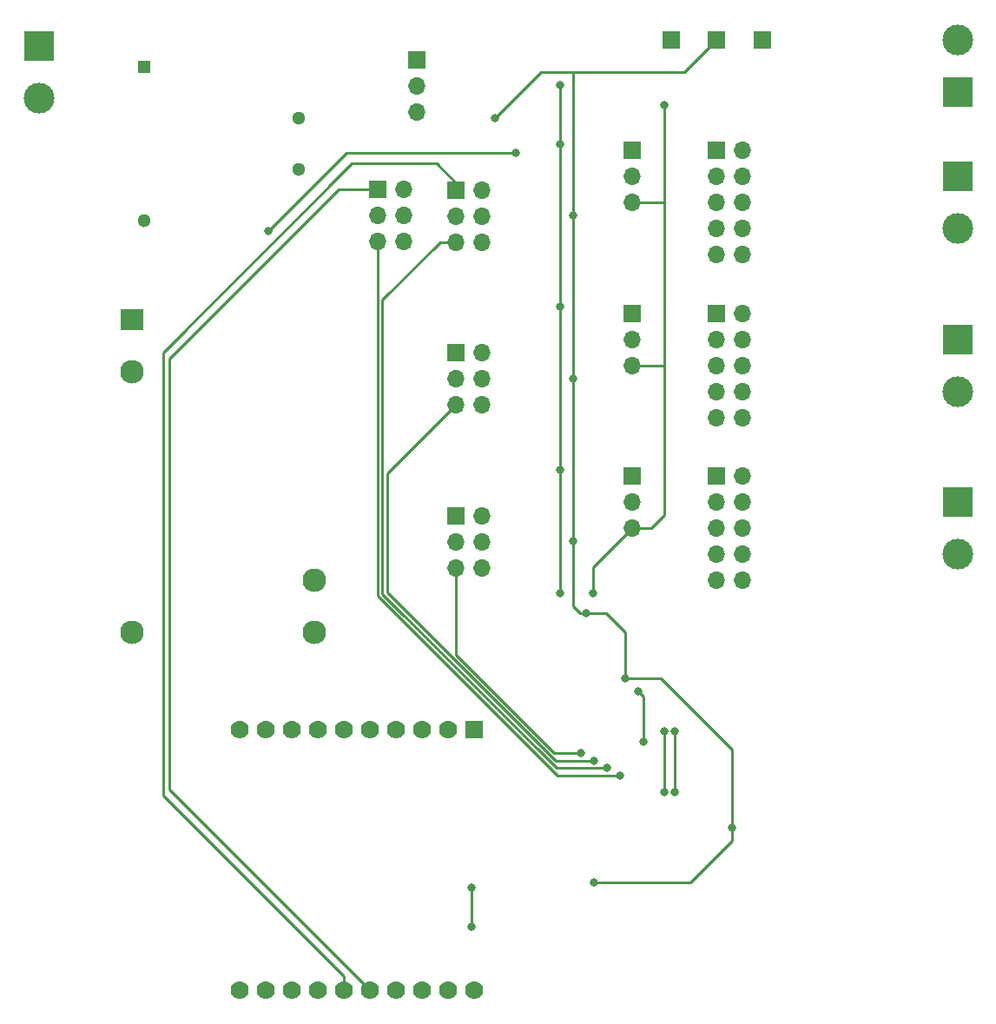
<source format=gbl>
G04 #@! TF.GenerationSoftware,KiCad,Pcbnew,(6.0.0)*
G04 #@! TF.CreationDate,2022-11-23T20:41:05+01:00*
G04 #@! TF.ProjectId,prototype-3,70726f74-6f74-4797-9065-2d332e6b6963,rev?*
G04 #@! TF.SameCoordinates,Original*
G04 #@! TF.FileFunction,Copper,L2,Bot*
G04 #@! TF.FilePolarity,Positive*
%FSLAX46Y46*%
G04 Gerber Fmt 4.6, Leading zero omitted, Abs format (unit mm)*
G04 Created by KiCad (PCBNEW (6.0.0)) date 2022-11-23 20:41:05*
%MOMM*%
%LPD*%
G01*
G04 APERTURE LIST*
G04 #@! TA.AperFunction,ComponentPad*
%ADD10R,1.700000X1.700000*%
G04 #@! TD*
G04 #@! TA.AperFunction,ComponentPad*
%ADD11O,1.700000X1.700000*%
G04 #@! TD*
G04 #@! TA.AperFunction,ComponentPad*
%ADD12R,3.000000X3.000000*%
G04 #@! TD*
G04 #@! TA.AperFunction,ComponentPad*
%ADD13C,3.000000*%
G04 #@! TD*
G04 #@! TA.AperFunction,ComponentPad*
%ADD14R,1.778000X1.778000*%
G04 #@! TD*
G04 #@! TA.AperFunction,ComponentPad*
%ADD15C,1.778000*%
G04 #@! TD*
G04 #@! TA.AperFunction,ComponentPad*
%ADD16R,1.300000X1.300000*%
G04 #@! TD*
G04 #@! TA.AperFunction,ComponentPad*
%ADD17C,1.300000*%
G04 #@! TD*
G04 #@! TA.AperFunction,ComponentPad*
%ADD18R,2.300000X2.000000*%
G04 #@! TD*
G04 #@! TA.AperFunction,ComponentPad*
%ADD19C,2.300000*%
G04 #@! TD*
G04 #@! TA.AperFunction,ViaPad*
%ADD20C,0.800000*%
G04 #@! TD*
G04 #@! TA.AperFunction,Conductor*
%ADD21C,0.250000*%
G04 #@! TD*
G04 APERTURE END LIST*
D10*
X138430000Y-68580000D03*
D11*
X140970000Y-68580000D03*
X138430000Y-71120000D03*
X140970000Y-71120000D03*
X138430000Y-73660000D03*
X140970000Y-73660000D03*
D10*
X142240000Y-55895000D03*
D11*
X142240000Y-58435000D03*
X142240000Y-60975000D03*
D12*
X194945000Y-99060000D03*
D13*
X194945000Y-104140000D03*
D10*
X171450000Y-96520000D03*
D11*
X173990000Y-96520000D03*
X171450000Y-99060000D03*
X173990000Y-99060000D03*
X171450000Y-101600000D03*
X173990000Y-101600000D03*
X171450000Y-104140000D03*
X173990000Y-104140000D03*
X171450000Y-106680000D03*
X173990000Y-106680000D03*
D10*
X146045000Y-84470000D03*
D11*
X148585000Y-84470000D03*
X146045000Y-87010000D03*
X148585000Y-87010000D03*
X146045000Y-89550000D03*
X148585000Y-89550000D03*
D10*
X146045000Y-100345000D03*
D11*
X148585000Y-100345000D03*
X146045000Y-102885000D03*
X148585000Y-102885000D03*
X146045000Y-105425000D03*
X148585000Y-105425000D03*
D10*
X163195000Y-64770000D03*
D11*
X163195000Y-67310000D03*
X163195000Y-69850000D03*
D10*
X163195000Y-96520000D03*
D11*
X163195000Y-99060000D03*
X163195000Y-101600000D03*
D14*
X147825000Y-121245000D03*
D15*
X145285000Y-121245000D03*
X142745000Y-121245000D03*
X140205000Y-121245000D03*
X137665000Y-121245000D03*
X135125000Y-121245000D03*
X132585000Y-121245000D03*
X130045000Y-121245000D03*
X127505000Y-121245000D03*
X124965000Y-121245000D03*
X124965000Y-146645000D03*
X127505000Y-146645000D03*
X130045000Y-146645000D03*
X132585000Y-146645000D03*
X135125000Y-146645000D03*
X137665000Y-146645000D03*
X140205000Y-146645000D03*
X142745000Y-146645000D03*
X145285000Y-146645000D03*
X147825000Y-146645000D03*
D16*
X115690000Y-56635000D03*
D17*
X115690000Y-71635000D03*
X130690000Y-61635000D03*
X130690000Y-66635000D03*
D10*
X171450000Y-80645000D03*
D11*
X173990000Y-80645000D03*
X171450000Y-83185000D03*
X173990000Y-83185000D03*
X171450000Y-85725000D03*
X173990000Y-85725000D03*
X171450000Y-88265000D03*
X173990000Y-88265000D03*
X171450000Y-90805000D03*
X173990000Y-90805000D03*
D10*
X175895000Y-53975000D03*
D12*
X194945000Y-83185000D03*
D13*
X194945000Y-88265000D03*
D10*
X167005000Y-53975000D03*
X171450000Y-64770000D03*
D11*
X173990000Y-64770000D03*
X171450000Y-67310000D03*
X173990000Y-67310000D03*
X171450000Y-69850000D03*
X173990000Y-69850000D03*
X171450000Y-72390000D03*
X173990000Y-72390000D03*
X171450000Y-74930000D03*
X173990000Y-74930000D03*
D10*
X163195000Y-80645000D03*
D11*
X163195000Y-83185000D03*
X163195000Y-85725000D03*
D10*
X171450000Y-53975000D03*
D12*
X194945000Y-67310000D03*
D13*
X194945000Y-72390000D03*
D10*
X146045000Y-68595000D03*
D11*
X148585000Y-68595000D03*
X146045000Y-71135000D03*
X148585000Y-71135000D03*
X146045000Y-73675000D03*
X148585000Y-73675000D03*
D12*
X194945000Y-59055000D03*
D13*
X194945000Y-53975000D03*
D18*
X114442500Y-81280000D03*
D19*
X114442500Y-86360000D03*
X114442500Y-111760000D03*
X132222500Y-111760000D03*
X132222500Y-106680000D03*
D12*
X105410000Y-54610000D03*
D13*
X105410000Y-59690000D03*
D20*
X157480000Y-86995000D03*
X158750000Y-109855000D03*
X157480000Y-71120000D03*
X162560000Y-116205000D03*
X172974000Y-130810000D03*
X149860000Y-61595000D03*
X157480000Y-102870000D03*
X159512000Y-136144000D03*
X156210000Y-95885000D03*
X156210000Y-80010000D03*
X156210000Y-58420000D03*
X156210000Y-107950000D03*
X164338000Y-122428000D03*
X163830000Y-117475000D03*
X156210000Y-64135000D03*
X151892000Y-65024000D03*
X127762000Y-72644000D03*
X162052000Y-125730000D03*
X160782000Y-124968000D03*
X166374299Y-121407701D03*
X166370000Y-127330511D03*
X159512000Y-124243500D03*
X167386000Y-121412000D03*
X167390299Y-127326212D03*
X158242000Y-123519000D03*
X166370000Y-60325000D03*
X159385000Y-107950000D03*
X147574000Y-140462000D03*
X147574000Y-136652000D03*
D21*
X149860000Y-61595000D02*
X154305000Y-57150000D01*
X168910000Y-136144000D02*
X159512000Y-136144000D01*
X162560000Y-111760000D02*
X160655000Y-109855000D01*
X172974000Y-132080000D02*
X168910000Y-136144000D01*
X157480000Y-102870000D02*
X157480000Y-86995000D01*
X157480000Y-102870000D02*
X157480000Y-109220000D01*
X172974000Y-130810000D02*
X172974000Y-132080000D01*
X157480000Y-109220000D02*
X158115000Y-109855000D01*
X158115000Y-109855000D02*
X158750000Y-109855000D01*
X157480000Y-86995000D02*
X157480000Y-71120000D01*
X172974000Y-123190000D02*
X172974000Y-130810000D01*
X157480000Y-71120000D02*
X157480000Y-57150000D01*
X162560000Y-116205000D02*
X165989000Y-116205000D01*
X160655000Y-109855000D02*
X158750000Y-109855000D01*
X168275000Y-57150000D02*
X157480000Y-57150000D01*
X157480000Y-57150000D02*
X154305000Y-57150000D01*
X171450000Y-53975000D02*
X168275000Y-57150000D01*
X165989000Y-116205000D02*
X172974000Y-123190000D01*
X162560000Y-116205000D02*
X162560000Y-111760000D01*
X156210000Y-80010000D02*
X156210000Y-64135000D01*
X156210000Y-95885000D02*
X156210000Y-80010000D01*
X164338000Y-122428000D02*
X164338000Y-117983000D01*
X156210000Y-64135000D02*
X156210000Y-58420000D01*
X156210000Y-95885000D02*
X156210000Y-107950000D01*
X164338000Y-117983000D02*
X163830000Y-117475000D01*
X135125000Y-145285000D02*
X117475000Y-127635000D01*
X117475000Y-127635000D02*
X117475000Y-84455000D01*
X135890000Y-66040000D02*
X144145000Y-66040000D01*
X117475000Y-84455000D02*
X135890000Y-66040000D01*
X146045000Y-67940000D02*
X146045000Y-68595000D01*
X135125000Y-146645000D02*
X135125000Y-145285000D01*
X144145000Y-66040000D02*
X146045000Y-67940000D01*
X135382000Y-65024000D02*
X151892000Y-65024000D01*
X135382000Y-65024000D02*
X127762000Y-72644000D01*
X118110000Y-85090000D02*
X118110000Y-127090000D01*
X118110000Y-127090000D02*
X137665000Y-146645000D01*
X138430000Y-68580000D02*
X134620000Y-68580000D01*
X134620000Y-68580000D02*
X118110000Y-85090000D01*
X162052000Y-125730000D02*
X155956000Y-125730000D01*
X138430000Y-108204000D02*
X138430000Y-73660000D01*
X155956000Y-125730000D02*
X138430000Y-108204000D01*
X146045000Y-73675000D02*
X144511000Y-73675000D01*
X144511000Y-73675000D02*
X138879520Y-79306480D01*
X138879520Y-108017803D02*
X155829717Y-124968000D01*
X138879520Y-79306480D02*
X138879520Y-108017803D01*
X155829717Y-124968000D02*
X160782000Y-124968000D01*
X166374299Y-121407701D02*
X166370000Y-121412000D01*
X166370000Y-121412000D02*
X166370000Y-127330511D01*
X155740934Y-124243500D02*
X139329040Y-107831606D01*
X159512000Y-124243500D02*
X155740934Y-124243500D01*
X146045000Y-89550000D02*
X139329040Y-96265960D01*
X139329040Y-107831606D02*
X139329040Y-96265960D01*
X167386000Y-121412000D02*
X167386000Y-127321913D01*
X167386000Y-127321913D02*
X167390299Y-127326212D01*
X146045000Y-105425000D02*
X146045000Y-113911849D01*
X146045000Y-113911849D02*
X155652151Y-123519000D01*
X155652151Y-123519000D02*
X158242000Y-123519000D01*
X165100000Y-101600000D02*
X163195000Y-101600000D01*
X166370000Y-69850000D02*
X166370000Y-60325000D01*
X163195000Y-69850000D02*
X166370000Y-69850000D01*
X159385000Y-105410000D02*
X159385000Y-107950000D01*
X163195000Y-101600000D02*
X159385000Y-105410000D01*
X166370000Y-85725000D02*
X166370000Y-100330000D01*
X166370000Y-100330000D02*
X165100000Y-101600000D01*
X166370000Y-69850000D02*
X166370000Y-85725000D01*
X166370000Y-85725000D02*
X163195000Y-85725000D01*
X147574000Y-136652000D02*
X147574000Y-140462000D01*
M02*

</source>
